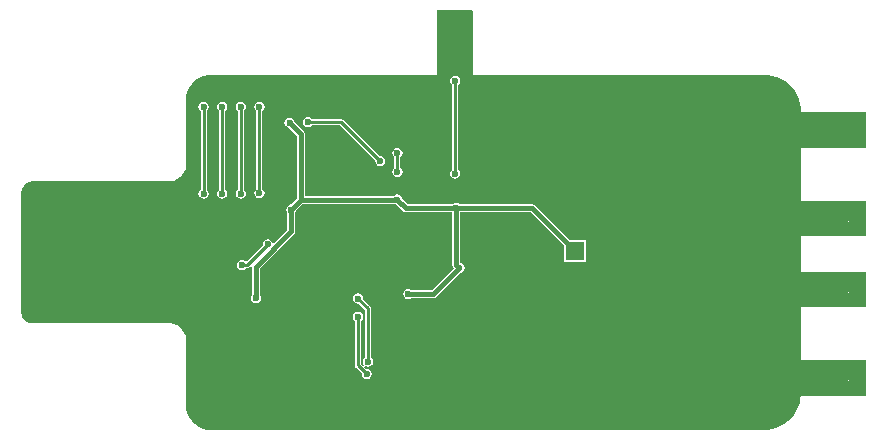
<source format=gbl>
G04*
G04 #@! TF.GenerationSoftware,Altium Limited,Altium Designer,19.0.11 (319)*
G04*
G04 Layer_Physical_Order=2*
G04 Layer_Color=16711680*
%FSLAX44Y44*%
%MOMM*%
G71*
G01*
G75*
%ADD52R,1.6000X1.6000*%
%ADD53C,1.6000*%
%ADD56C,0.2540*%
%ADD57C,0.6000*%
%ADD58C,0.4000*%
G36*
X381352Y355000D02*
X382250Y354102D01*
X382249Y300000D01*
X630000Y300000D01*
X631966D01*
X635865Y299487D01*
X639664Y298469D01*
X643297Y296964D01*
X646703Y294998D01*
X649823Y292604D01*
X652604Y289823D01*
X654997Y286703D01*
X656964Y283298D01*
X658469Y279664D01*
X659487Y275866D01*
X660000Y271967D01*
Y268500D01*
X715000D01*
Y238501D01*
X670000Y238500D01*
X660000Y238501D01*
Y193500D01*
X715000D01*
X715000Y163500D01*
X670000Y163500D01*
X660000Y163500D01*
X660000Y133502D01*
X670000D01*
X715000Y133502D01*
Y103502D01*
X670000Y103502D01*
X660000Y103502D01*
X660000Y58500D01*
X715000D01*
Y28500D01*
X670000Y28500D01*
X659963Y28500D01*
X659868Y26599D01*
X659199Y22851D01*
X658061Y19218D01*
X656474Y15757D01*
X654462Y12526D01*
X652057Y9574D01*
X649298Y6950D01*
X646230Y4696D01*
X642902Y2848D01*
X639366Y1435D01*
X635680Y481D01*
X631903Y-0D01*
X630000Y0D01*
X160000D01*
X158030Y0D01*
X154166Y768D01*
X150526Y2276D01*
X147250Y4465D01*
X144464Y7250D01*
X142275Y10526D01*
X140768Y14166D01*
X140000Y18030D01*
X140000Y20000D01*
X140000Y75001D01*
X139928Y76472D01*
X139355Y79356D01*
X138230Y82072D01*
X136596Y84517D01*
X134517Y86596D01*
X132072Y88230D01*
X129355Y89355D01*
X126471Y89928D01*
X125001Y90000D01*
X125001Y90000D01*
X125001Y90000D01*
X10000D01*
X9015Y90000D01*
X7083Y90384D01*
X5263Y91138D01*
X3625Y92232D01*
X2232Y93625D01*
X1138Y95263D01*
X384Y97083D01*
X-0Y99015D01*
X0Y100000D01*
Y200000D01*
Y200985D01*
X384Y202917D01*
X1138Y204736D01*
X2233Y206374D01*
X3625Y207767D01*
X5263Y208862D01*
X7083Y209615D01*
X9015Y210000D01*
X10000D01*
X10000Y210000D01*
X125001D01*
X126471Y210072D01*
X129355Y210646D01*
X132072Y211772D01*
X134517Y213405D01*
X136596Y215485D01*
X138229Y217930D01*
X139354Y220647D01*
X139928Y223531D01*
X140000Y225001D01*
X140000Y225001D01*
Y280000D01*
X140000Y281970D01*
X140768Y285833D01*
X142276Y289473D01*
X144465Y292749D01*
X147250Y295535D01*
X150526Y297723D01*
X154166Y299231D01*
X158030Y300000D01*
X160000Y300000D01*
X160000Y300000D01*
X352250D01*
Y355000D01*
X381352Y355000D01*
D02*
G37*
%LPC*%
G36*
X700000Y256340D02*
X699750D01*
X698759Y256143D01*
X697919Y255581D01*
X697357Y254741D01*
X697160Y253750D01*
X697357Y252759D01*
X697919Y251919D01*
X698759Y251357D01*
X699750Y251160D01*
X700000D01*
X700991Y251357D01*
X701831Y251919D01*
X702393Y252759D01*
X702590Y253750D01*
X702393Y254741D01*
X701831Y255581D01*
X700991Y256143D01*
X700000Y256340D01*
D02*
G37*
G36*
X242810Y264504D02*
X241144Y264172D01*
X239731Y263229D01*
X238788Y261816D01*
X238456Y260150D01*
X238788Y258484D01*
X239731Y257072D01*
X241144Y256128D01*
X242810Y255797D01*
X244476Y256128D01*
X245888Y257072D01*
X246215Y257560D01*
X270037D01*
X299871Y227727D01*
X299756Y227150D01*
X300088Y225484D01*
X301031Y224072D01*
X302444Y223128D01*
X304110Y222797D01*
X305776Y223128D01*
X307188Y224072D01*
X308132Y225484D01*
X308464Y227150D01*
X308132Y228816D01*
X307188Y230229D01*
X305776Y231173D01*
X304110Y231504D01*
X303533Y231389D01*
X272941Y261981D01*
X272101Y262543D01*
X271110Y262740D01*
X246215D01*
X245888Y263229D01*
X244476Y264172D01*
X242810Y264504D01*
D02*
G37*
G36*
X318610Y238254D02*
X316944Y237922D01*
X315532Y236979D01*
X314588Y235566D01*
X314256Y233900D01*
X314588Y232234D01*
X315532Y230822D01*
X315995Y230512D01*
Y221572D01*
X315481Y221229D01*
X314538Y219816D01*
X314206Y218150D01*
X314538Y216484D01*
X315481Y215072D01*
X316894Y214128D01*
X318560Y213797D01*
X320226Y214128D01*
X321638Y215072D01*
X322582Y216484D01*
X322914Y218150D01*
X322582Y219816D01*
X321638Y221229D01*
X321175Y221539D01*
Y230478D01*
X321688Y230822D01*
X322632Y232234D01*
X322964Y233900D01*
X322632Y235566D01*
X321688Y236979D01*
X320276Y237922D01*
X318610Y238254D01*
D02*
G37*
G36*
X367500Y299604D02*
X365834Y299272D01*
X364422Y298328D01*
X363478Y296916D01*
X363146Y295250D01*
X363478Y293584D01*
X364422Y292171D01*
X364910Y291845D01*
Y220155D01*
X364422Y219828D01*
X363478Y218416D01*
X363146Y216750D01*
X363478Y215084D01*
X364422Y213671D01*
X365834Y212728D01*
X367500Y212396D01*
X369166Y212728D01*
X370578Y213671D01*
X371522Y215084D01*
X371854Y216750D01*
X371522Y218416D01*
X370578Y219828D01*
X370090Y220155D01*
Y291845D01*
X370578Y292171D01*
X371522Y293584D01*
X371854Y295250D01*
X371522Y296916D01*
X370578Y298328D01*
X369166Y299272D01*
X367500Y299604D01*
D02*
G37*
G36*
X201750Y277604D02*
X200084Y277272D01*
X198671Y276329D01*
X197728Y274916D01*
X197396Y273250D01*
X197728Y271584D01*
X198671Y270172D01*
X199160Y269845D01*
Y203405D01*
X198671Y203078D01*
X197728Y201666D01*
X197396Y200000D01*
X197728Y198334D01*
X198671Y196922D01*
X200084Y195978D01*
X201750Y195646D01*
X203416Y195978D01*
X204828Y196922D01*
X205772Y198334D01*
X206104Y200000D01*
X205772Y201666D01*
X204828Y203078D01*
X204340Y203405D01*
Y269845D01*
X204828Y270172D01*
X205772Y271584D01*
X206104Y273250D01*
X205772Y274916D01*
X204828Y276329D01*
X203416Y277272D01*
X201750Y277604D01*
D02*
G37*
G36*
X186000D02*
X184334Y277272D01*
X182922Y276329D01*
X181978Y274916D01*
X181646Y273250D01*
X181978Y271584D01*
X182922Y270172D01*
X183410Y269845D01*
Y203155D01*
X182922Y202829D01*
X181978Y201416D01*
X181646Y199750D01*
X181978Y198084D01*
X182922Y196672D01*
X184334Y195728D01*
X186000Y195396D01*
X187666Y195728D01*
X189079Y196672D01*
X190022Y198084D01*
X190354Y199750D01*
X190022Y201416D01*
X189079Y202829D01*
X188590Y203155D01*
Y269845D01*
X189079Y270172D01*
X190022Y271584D01*
X190354Y273250D01*
X190022Y274916D01*
X189079Y276329D01*
X187666Y277272D01*
X186000Y277604D01*
D02*
G37*
G36*
X170250D02*
X168584Y277272D01*
X167171Y276329D01*
X166228Y274916D01*
X165896Y273250D01*
X166228Y271584D01*
X167171Y270172D01*
X167660Y269845D01*
Y203155D01*
X167171Y202829D01*
X166228Y201416D01*
X165896Y199750D01*
X166228Y198084D01*
X167171Y196672D01*
X168584Y195728D01*
X170250Y195396D01*
X171916Y195728D01*
X173328Y196672D01*
X174272Y198084D01*
X174604Y199750D01*
X174272Y201416D01*
X173328Y202829D01*
X172840Y203155D01*
Y269845D01*
X173328Y270172D01*
X174272Y271584D01*
X174604Y273250D01*
X174272Y274916D01*
X173328Y276329D01*
X171916Y277272D01*
X170250Y277604D01*
D02*
G37*
G36*
X154500D02*
X152834Y277272D01*
X151421Y276329D01*
X150478Y274916D01*
X150146Y273250D01*
X150478Y271584D01*
X151421Y270172D01*
X151910Y269845D01*
Y203155D01*
X151421Y202829D01*
X150478Y201416D01*
X150146Y199750D01*
X150478Y198084D01*
X151421Y196672D01*
X152834Y195728D01*
X154500Y195396D01*
X156166Y195728D01*
X157578Y196672D01*
X158522Y198084D01*
X158854Y199750D01*
X158522Y201416D01*
X157578Y202829D01*
X157090Y203155D01*
Y269845D01*
X157578Y270172D01*
X158522Y271584D01*
X158854Y273250D01*
X158522Y274916D01*
X157578Y276329D01*
X156166Y277272D01*
X154500Y277604D01*
D02*
G37*
G36*
X698750Y180840D02*
X698500D01*
X697509Y180643D01*
X696669Y180081D01*
X696107Y179241D01*
X695910Y178250D01*
X696107Y177259D01*
X696669Y176419D01*
X697509Y175857D01*
X698500Y175660D01*
X698750D01*
X699741Y175857D01*
X700581Y176419D01*
X701143Y177259D01*
X701340Y178250D01*
X701143Y179241D01*
X700581Y180081D01*
X699741Y180643D01*
X698750Y180840D01*
D02*
G37*
G36*
X227250Y264104D02*
X225584Y263772D01*
X224172Y262829D01*
X223228Y261416D01*
X222896Y259750D01*
X223228Y258084D01*
X224172Y256672D01*
X225584Y255728D01*
X226799Y255486D01*
X233816Y248469D01*
Y196031D01*
X228299Y190514D01*
X227084Y190272D01*
X225672Y189328D01*
X224728Y187916D01*
X224396Y186250D01*
X224728Y184584D01*
X225416Y183554D01*
Y169054D01*
X214133Y157771D01*
X212917Y158140D01*
X212882Y158316D01*
X211938Y159729D01*
X210526Y160672D01*
X208860Y161004D01*
X207194Y160672D01*
X205781Y159729D01*
X204838Y158316D01*
X204506Y156650D01*
X204621Y156074D01*
X191190Y142642D01*
X189939Y142229D01*
X188526Y143173D01*
X186860Y143504D01*
X185194Y143173D01*
X183782Y142229D01*
X182838Y140816D01*
X182506Y139150D01*
X182838Y137484D01*
X183782Y136072D01*
X185194Y135128D01*
X186860Y134797D01*
X188526Y135128D01*
X189939Y136072D01*
X190265Y136560D01*
X191360D01*
X192351Y136758D01*
X193191Y137319D01*
X194374Y138502D01*
X195544Y137876D01*
X195526Y137783D01*
Y113846D01*
X194838Y112816D01*
X194506Y111150D01*
X194838Y109484D01*
X195781Y108072D01*
X197194Y107128D01*
X198860Y106797D01*
X200526Y107128D01*
X201938Y108072D01*
X202882Y109484D01*
X203214Y111150D01*
X202882Y112816D01*
X202194Y113846D01*
Y136402D01*
X231108Y165316D01*
X231830Y166397D01*
X232084Y167673D01*
Y183554D01*
X232772Y184584D01*
X233014Y185799D01*
X238531Y191316D01*
X315864D01*
X316894Y190628D01*
X318109Y190386D01*
X323452Y185043D01*
X324534Y184320D01*
X325810Y184066D01*
X365226D01*
Y139150D01*
X365480Y137874D01*
X366202Y136793D01*
X366345Y136650D01*
X347679Y117984D01*
X330506D01*
X329476Y118672D01*
X327810Y119004D01*
X326144Y118672D01*
X324731Y117729D01*
X323788Y116316D01*
X323456Y114650D01*
X323788Y112984D01*
X324731Y111572D01*
X326144Y110628D01*
X327810Y110297D01*
X329476Y110628D01*
X330506Y111316D01*
X349060D01*
X350336Y111570D01*
X351418Y112293D01*
X371511Y132386D01*
X372726Y132628D01*
X374138Y133572D01*
X375082Y134984D01*
X375414Y136650D01*
X375082Y138316D01*
X374138Y139729D01*
X372726Y140672D01*
X371894Y140838D01*
Y184066D01*
X431469D01*
X459480Y156055D01*
Y142230D01*
X478020D01*
Y160770D01*
X464195D01*
X435207Y189758D01*
X434126Y190480D01*
X432850Y190734D01*
X371256D01*
X370226Y191422D01*
X368560Y191754D01*
X366894Y191422D01*
X365864Y190734D01*
X327191D01*
X322824Y195101D01*
X322582Y196316D01*
X321638Y197729D01*
X320226Y198672D01*
X318560Y199004D01*
X316894Y198672D01*
X315864Y197984D01*
X240484D01*
Y249850D01*
X240231Y251126D01*
X239508Y252207D01*
X231514Y260201D01*
X231272Y261416D01*
X230329Y262829D01*
X228916Y263772D01*
X227250Y264104D01*
D02*
G37*
G36*
X698750Y120840D02*
X698500D01*
X697509Y120643D01*
X696669Y120081D01*
X696107Y119241D01*
X695910Y118250D01*
X696107Y117259D01*
X696669Y116419D01*
X697509Y115857D01*
X698500Y115660D01*
X698750D01*
X699741Y115857D01*
X700581Y116419D01*
X701143Y117259D01*
X701340Y118250D01*
X701143Y119241D01*
X700581Y120081D01*
X699741Y120643D01*
X698750Y120840D01*
D02*
G37*
G36*
X285310Y115254D02*
X283644Y114922D01*
X282231Y113979D01*
X281288Y112566D01*
X280956Y110900D01*
X281288Y109234D01*
X282231Y107822D01*
X283644Y106878D01*
X285310Y106546D01*
X285886Y106661D01*
X291020Y101527D01*
Y60805D01*
X290532Y60479D01*
X289588Y59066D01*
X289256Y57400D01*
X289588Y55734D01*
X290082Y54994D01*
X290299Y54670D01*
X289312Y53860D01*
X287900Y55273D01*
Y91745D01*
X288388Y92072D01*
X289332Y93484D01*
X289664Y95150D01*
X289332Y96816D01*
X288388Y98229D01*
X286976Y99172D01*
X285310Y99504D01*
X283644Y99172D01*
X282231Y98229D01*
X281288Y96816D01*
X280956Y95150D01*
X281288Y93484D01*
X282231Y92072D01*
X282720Y91745D01*
Y54200D01*
X282917Y53209D01*
X283479Y52369D01*
X288371Y47477D01*
X288256Y46900D01*
X288588Y45234D01*
X289531Y43822D01*
X290944Y42878D01*
X292610Y42547D01*
X294276Y42878D01*
X295688Y43822D01*
X296632Y45234D01*
X296964Y46900D01*
X296632Y48566D01*
X295688Y49979D01*
X294276Y50922D01*
X292610Y51254D01*
X292034Y51139D01*
X290070Y53103D01*
X290879Y54089D01*
X291203Y53873D01*
X291944Y53378D01*
X293610Y53047D01*
X295276Y53378D01*
X296688Y54322D01*
X297632Y55734D01*
X297964Y57400D01*
X297632Y59066D01*
X296688Y60479D01*
X296200Y60805D01*
Y102600D01*
X296003Y103591D01*
X295441Y104431D01*
X289549Y110324D01*
X289664Y110900D01*
X289332Y112566D01*
X288388Y113979D01*
X286976Y114922D01*
X285310Y115254D01*
D02*
G37*
G36*
X698750Y45840D02*
X698500D01*
X697509Y45643D01*
X696669Y45081D01*
X696107Y44241D01*
X695910Y43250D01*
X696107Y42259D01*
X696669Y41419D01*
X697509Y40857D01*
X698500Y40660D01*
X698750D01*
X699741Y40857D01*
X700581Y41419D01*
X701143Y42259D01*
X701340Y43250D01*
X701143Y44241D01*
X700581Y45081D01*
X699741Y45643D01*
X698750Y45840D01*
D02*
G37*
%LPD*%
D52*
X468750Y151500D02*
D03*
D53*
X646750Y100700D02*
D03*
Y202300D02*
D03*
D56*
X186000Y199750D02*
Y273250D01*
X367500Y295250D02*
X367500Y295250D01*
X367500Y216750D02*
Y295250D01*
X201750Y200000D02*
Y273250D01*
X170250Y199750D02*
Y273250D01*
X154500Y199750D02*
Y273250D01*
X698500Y43250D02*
X698750D01*
X699750Y253750D02*
X700000D01*
X698500Y178250D02*
X698750D01*
X698500Y118250D02*
X698750D01*
X191360Y139150D02*
X208860Y156650D01*
X318585Y233875D02*
X318610Y233900D01*
X318585Y218175D02*
Y233875D01*
X318560Y218150D02*
X318585Y218175D01*
X271110Y260150D02*
X304110Y227150D01*
X242810Y260150D02*
X271110D01*
X285310Y54200D02*
X292610Y46900D01*
X285310Y54200D02*
Y95150D01*
Y110900D02*
X293610Y102600D01*
Y57400D02*
Y102600D01*
X186860Y139150D02*
X191360D01*
D57*
X142000Y201000D02*
D03*
X162250Y172500D02*
D03*
X215750Y181896D02*
D03*
X142000Y172500D02*
D03*
X191750Y256750D02*
D03*
X178750Y261981D02*
D03*
X150000Y289473D02*
D03*
X640469Y45288D02*
D03*
X595468Y255288D02*
D03*
Y135288D02*
D03*
Y75288D02*
D03*
X610468Y45288D02*
D03*
X595468Y15288D02*
D03*
X580468Y225288D02*
D03*
X565468Y195288D02*
D03*
X580468Y165288D02*
D03*
Y105288D02*
D03*
X565468Y75288D02*
D03*
X580468Y45288D02*
D03*
X565468Y15288D02*
D03*
X535469Y195288D02*
D03*
X550468Y165288D02*
D03*
X535469Y135288D02*
D03*
X550468Y105288D02*
D03*
X535469Y75288D02*
D03*
X550468Y45288D02*
D03*
X535469Y15288D02*
D03*
X505469Y255288D02*
D03*
X520469Y225288D02*
D03*
Y165288D02*
D03*
X505469Y135288D02*
D03*
X520469Y105288D02*
D03*
X505469Y75288D02*
D03*
X520469Y45288D02*
D03*
X505469Y15288D02*
D03*
X475469Y255288D02*
D03*
X490469Y225288D02*
D03*
X475469Y195288D02*
D03*
X490469Y165288D02*
D03*
X475469Y135288D02*
D03*
X490469Y105288D02*
D03*
X475469Y75288D02*
D03*
X490469Y45288D02*
D03*
X475469Y15288D02*
D03*
X460469Y225288D02*
D03*
X445469Y195288D02*
D03*
Y135288D02*
D03*
X460469Y105288D02*
D03*
X445469Y75288D02*
D03*
X460469Y45288D02*
D03*
X445469Y15288D02*
D03*
X415469Y255288D02*
D03*
X430469Y225288D02*
D03*
X415469Y195288D02*
D03*
X430469Y165288D02*
D03*
X415469Y135288D02*
D03*
X430469Y105288D02*
D03*
Y45288D02*
D03*
X415469Y15288D02*
D03*
X385469Y255288D02*
D03*
X400469Y225288D02*
D03*
Y165288D02*
D03*
Y45288D02*
D03*
X385469Y15288D02*
D03*
X370469Y45288D02*
D03*
X355469Y15288D02*
D03*
X340469Y45288D02*
D03*
X325469Y15288D02*
D03*
X310469Y45288D02*
D03*
X295469Y15288D02*
D03*
X265469D02*
D03*
X235469D02*
D03*
X205469D02*
D03*
X175469Y75288D02*
D03*
X190469Y45288D02*
D03*
X145469Y75288D02*
D03*
X160469Y45288D02*
D03*
X227084Y243750D02*
D03*
X635500Y229000D02*
D03*
X367500Y216750D02*
D03*
X367500Y295250D02*
D03*
X201750Y273250D02*
D03*
X227250Y259750D02*
D03*
X228750Y186250D02*
D03*
X186000Y273250D02*
D03*
X266250Y186500D02*
D03*
X367500Y338500D02*
D03*
X320610Y182650D02*
D03*
X344750Y155380D02*
D03*
X641750Y285500D02*
D03*
X318610Y122250D02*
D03*
X335152D02*
D03*
X216750Y138000D02*
D03*
X212250Y114500D02*
D03*
X191000Y113000D02*
D03*
X239204Y142348D02*
D03*
X175000Y125250D02*
D03*
X175250Y149850D02*
D03*
X223250Y213750D02*
D03*
X249560D02*
D03*
X649000Y151250D02*
D03*
X610750Y195000D02*
D03*
X553250Y254000D02*
D03*
X359500Y204250D02*
D03*
X201750Y200000D02*
D03*
X186000Y199750D02*
D03*
X170250Y273250D02*
D03*
X170250Y199750D02*
D03*
X154500Y273250D02*
D03*
X154500Y199750D02*
D03*
X698500Y43250D02*
D03*
X699750Y253750D02*
D03*
X698500Y178250D02*
D03*
Y118250D02*
D03*
X208860Y156650D02*
D03*
X223250Y192500D02*
D03*
X277500Y202300D02*
D03*
X198860Y111150D02*
D03*
X225360Y150150D02*
D03*
X304110Y227150D02*
D03*
X318610Y233900D02*
D03*
X293610Y57400D02*
D03*
X292610Y46900D02*
D03*
X186860Y139150D02*
D03*
X327810Y114650D02*
D03*
X371060Y136650D02*
D03*
X318560Y218150D02*
D03*
Y194650D02*
D03*
X368560Y187400D02*
D03*
X242810Y260150D02*
D03*
X285310Y110900D02*
D03*
Y95150D02*
D03*
X304610Y144650D02*
D03*
X293610D02*
D03*
X282610D02*
D03*
X304610Y155650D02*
D03*
X293610D02*
D03*
X282610D02*
D03*
X304610Y166650D02*
D03*
X293610D02*
D03*
X282610D02*
D03*
D58*
X228750Y167673D02*
Y186250D01*
X198860Y137783D02*
X228750Y167673D01*
X198860Y111150D02*
Y137783D01*
X237150Y194650D02*
Y249850D01*
X227250Y259750D02*
X237150Y249850D01*
X228750Y186250D02*
X237150Y194650D01*
X318560D01*
X349060Y114650D02*
X371060Y136650D01*
X327810Y114650D02*
X349060D01*
X368560Y139150D02*
X371060Y136650D01*
X325810Y187400D02*
X368560D01*
X318560Y194650D02*
X325810Y187400D01*
X432850D02*
X468750Y151500D01*
X368560Y187400D02*
X432850D01*
X368560Y139150D02*
Y187400D01*
M02*

</source>
